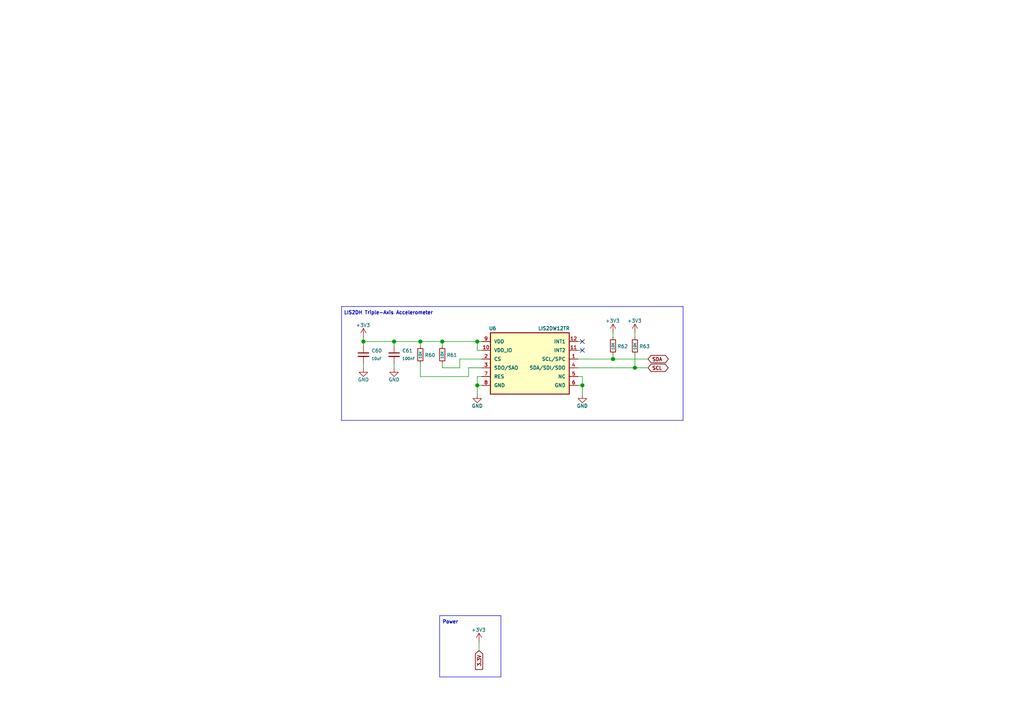
<source format=kicad_sch>
(kicad_sch (version 20201015) (generator eeschema)
  (paper "A4")
  (title_block (title "LIS2DH Triple-Axis Accelerometer") (date "2020-10-20") (rev "1") (company "Drawn by: Hojadurdy Durdygylyjov") (comment 1 "IMU for Orientation and Motion Detection.") (comment 2 "CC Attribution-ShareAlike 4.0 International"))
  (lib_symbols
    (symbol "Device:C_Small" (pin_numbers hide) (pin_names (offset 0.254) hide)
      (property "Reference" "C" (at 0.254 1.778 0))
      (property "Value" "C_Small" (at 0.254 -2.032 0))
      (symbol "C_Small_0_1"
        (polyline (pts (xy -1.524 -0.508) (xy 1.524 -0.508)) (stroke (width 0.3302)))
        (polyline (pts (xy -1.524 0.508) (xy 1.524 0.508)) (stroke (width 0.3048)))
      )
      (symbol "C_Small_1_1"
        (pin passive line (at 0 2.54 270) (length 2.032) (name "~") (number "1"))
        (pin passive line (at 0 -2.54 90) (length 2.032) (name "~") (number "2"))
      )
    )
    (symbol "Device:R_Small" (pin_numbers hide) (pin_names (offset 0.254) hide)
      (property "Reference" "R" (at 0.762 0.508 0))
      (property "Value" "R_Small" (at 0.762 -1.016 0))
      (symbol "R_Small_0_1"
        (rectangle (start -0.762 1.778) (end 0.762 -1.778) (stroke (width 0.2032)))
      )
      (symbol "R_Small_1_1"
        (pin passive line (at 0 2.54 270) (length 0.762) (name "~") (number "1"))
        (pin passive line (at 0 -2.54 90) (length 0.762) (name "~") (number "2"))
      )
    )
    (symbol "HD_LibDB:LIS2DW12TR" (pin_names (offset 1.016))
      (property "Reference" "U" (at -11.481 10.211 0))
      (property "Value" "LIS2DW12TR" (at 5.029 10.084 0))
      (symbol "LIS2DW12TR_0_0"
        (rectangle (start -11.43 8.89) (end 11.43 -8.89) (stroke (width 0.3)) (fill (type background)))
        (pin input line (at -13.97 1.27 0) (length 2.54) (name "CS") (number "2"))
        (pin output line (at 13.97 6.35 180) (length 2.54) (name "INT1") (number "12"))
        (pin output line (at 13.97 3.81 180) (length 2.54) (name "INT2") (number "11"))
        (pin power_in line (at 13.97 -3.81 180) (length 2.54) (name "NC") (number "5"))
        (pin bidirectional line (at 13.97 1.27 180) (length 2.54) (name "SCL/SPC") (number "1"))
        (pin bidirectional line (at 13.97 -1.27 180) (length 2.54) (name "SDA/SDI/SDO") (number "4"))
        (pin bidirectional line (at -13.97 -1.27 0) (length 2.54) (name "SDO/SAO") (number "3"))
        (pin power_in line (at 13.97 -6.35 180) (length 2.54) (name "GND") (number "6"))
        (pin power_in line (at -13.97 -3.81 0) (length 2.54) (name "RES") (number "7"))
        (pin power_in line (at -13.97 -6.35 0) (length 2.54) (name "GND") (number "8"))
        (pin power_in line (at -13.97 6.35 0) (length 2.54) (name "VDD") (number "9"))
        (pin power_in line (at -13.97 3.81 0) (length 2.54) (name "VDD_IO") (number "10"))
      )
    )
    (symbol "HD_LibSym:+3.3V_1" (power) (pin_names (offset 0))
      (property "Value" "+3.3V" (at 0 3.556 0))
      (symbol "+3.3V_1_0_1"
        (polyline (pts (xy -0.762 1.27) (xy 0 2.54)))
        (polyline (pts (xy 0 0) (xy 0 2.54)))
        (polyline (pts (xy 0 2.54) (xy 0.762 1.27)))
      )
      (symbol "+3.3V_1_1_1"
        (pin power_in line (at 0 0 90) (length 0) hide (name "+3V3") (number "1"))
      )
    )
    (symbol "power:GND" (power) (pin_names (offset 0))
      (property "Value" "GND" (at 0 -3.81 0))
      (symbol "GND_0_1"
        (polyline (pts (xy 0 0) (xy 0 -1.27) (xy 1.27 -1.27) (xy 0 -2.54) (xy -1.27 -1.27) (xy 0 -1.27)))
      )
      (symbol "GND_1_1"
        (pin power_in line (at 0 0 270) (length 0) hide (name "GND") (number "1"))
      )
    )
  )
  (junction (at 105.41 99.06) (diameter 1.016))
  (junction (at 114.3 99.06) (diameter 1.016))
  (junction (at 121.92 99.06) (diameter 1.016))
  (junction (at 128.27 99.06) (diameter 1.016))
  (junction (at 138.43 99.06) (diameter 1.016))
  (junction (at 138.43 111.76) (diameter 1.016))
  (junction (at 168.91 111.76) (diameter 1.016))
  (junction (at 177.8 104.14) (diameter 1.016))
  (junction (at 184.15 106.68) (diameter 1.016))
  (no_connect (at 168.91 99.06))
  (no_connect (at 168.91 101.6))
  (wire (pts (xy 105.41 97.79) (xy 105.41 99.06)))
  (wire (pts (xy 105.41 99.06) (xy 105.41 100.33)))
  (wire (pts (xy 105.41 99.06) (xy 114.3 99.06)))
  (wire (pts (xy 105.41 105.41) (xy 105.41 106.68)))
  (wire (pts (xy 114.3 99.06) (xy 114.3 100.33)))
  (wire (pts (xy 114.3 99.06) (xy 121.92 99.06)))
  (wire (pts (xy 114.3 105.41) (xy 114.3 106.68)))
  (wire (pts (xy 121.92 99.06) (xy 121.92 100.33)))
  (wire (pts (xy 121.92 99.06) (xy 128.27 99.06)))
  (wire (pts (xy 121.92 105.41) (xy 121.92 109.22)))
  (wire (pts (xy 121.92 109.22) (xy 135.89 109.22)))
  (wire (pts (xy 128.27 99.06) (xy 128.27 100.33)))
  (wire (pts (xy 128.27 99.06) (xy 138.43 99.06)))
  (wire (pts (xy 128.27 105.41) (xy 128.27 106.68)))
  (wire (pts (xy 128.27 106.68) (xy 133.35 106.68)))
  (wire (pts (xy 133.35 104.14) (xy 133.35 106.68)))
  (wire (pts (xy 135.89 106.68) (xy 135.89 109.22)))
  (wire (pts (xy 135.89 106.68) (xy 139.7 106.68)))
  (wire (pts (xy 138.43 99.06) (xy 138.43 101.6)))
  (wire (pts (xy 138.43 99.06) (xy 139.7 99.06)))
  (wire (pts (xy 138.43 109.22) (xy 138.43 111.76)))
  (wire (pts (xy 138.43 111.76) (xy 138.43 114.3)))
  (wire (pts (xy 138.43 111.76) (xy 139.7 111.76)))
  (wire (pts (xy 138.938 186.182) (xy 138.938 188.722)))
  (wire (pts (xy 139.7 101.6) (xy 138.43 101.6)))
  (wire (pts (xy 139.7 104.14) (xy 133.35 104.14)))
  (wire (pts (xy 139.7 109.22) (xy 138.43 109.22)))
  (wire (pts (xy 167.64 99.06) (xy 168.91 99.06)))
  (wire (pts (xy 167.64 101.6) (xy 168.91 101.6)))
  (wire (pts (xy 167.64 104.14) (xy 177.8 104.14)))
  (wire (pts (xy 167.64 106.68) (xy 184.15 106.68)))
  (wire (pts (xy 167.64 109.22) (xy 168.91 109.22)))
  (wire (pts (xy 167.64 111.76) (xy 168.91 111.76)))
  (wire (pts (xy 168.91 109.22) (xy 168.91 111.76)))
  (wire (pts (xy 168.91 111.76) (xy 168.91 114.3)))
  (wire (pts (xy 177.8 96.52) (xy 177.8 97.79)))
  (wire (pts (xy 177.8 102.87) (xy 177.8 104.14)))
  (wire (pts (xy 177.8 104.14) (xy 187.96 104.14)))
  (wire (pts (xy 184.15 96.52) (xy 184.15 97.79)))
  (wire (pts (xy 184.15 102.87) (xy 184.15 106.68)))
  (wire (pts (xy 184.15 106.68) (xy 187.96 106.68)))
  (polyline (pts (xy 99.06 88.9) (xy 99.06 121.92)) (stroke (width 0.152) (type solid)))
  (polyline (pts (xy 99.06 88.9) (xy 198.12 88.9)) (stroke (width 0.152) (type solid)))
  (polyline (pts (xy 127.508 178.562) (xy 127.508 196.342)) (stroke (width 0.152) (type solid)))
  (polyline (pts (xy 127.508 196.342) (xy 145.288 196.342)) (stroke (width 0.152) (type solid)))
  (polyline (pts (xy 145.288 178.562) (xy 127.508 178.562)) (stroke (width 0.152) (type solid)))
  (polyline (pts (xy 145.288 178.562) (xy 145.288 196.342)) (stroke (width 0.152) (type solid)))
  (polyline (pts (xy 198.12 88.9) (xy 198.12 121.92)) (stroke (width 0.152) (type solid)))
  (polyline (pts (xy 198.12 121.92) (xy 99.06 121.92)) (stroke (width 0.152) (type solid)))
  (text "LIS2DH Triple-Axis Accelerometer" (at 99.695 91.44 0) (effects (font (size 1 1) (thickness 0.2) bold) (justify left bottom)))
  (text "Power" (at 128.27 181.102 0) (effects (font (size 1 1) (thickness 0.2) bold) (justify left bottom)))
  (global_label "3.3V" (shape input) (at 138.938 188.722 270) (property "Intersheet References" "${INTERSHEET_REFS}" (effects hide)) (effects (font (size 1 1) (thickness 0.2) bold)))
  (global_label "SDA" (shape bidirectional) (at 187.96 104.14 0) (property "Intersheet References" "${INTERSHEET_REFS}" (effects hide)) (effects (font (size 1 1) (thickness 0.2) bold)))
  (global_label "SCL" (shape bidirectional) (at 187.96 106.68 0) (property "Intersheet References" "${INTERSHEET_REFS}" (effects hide)) (effects (font (size 1 1) (thickness 0.2) bold)))
  (symbol (lib_name "HD_LibSym:+3.3V_1") (lib_id "HD_LibSym:+3.3V") (at 105.41 97.79 0) (unit 1)
    (property "Reference" "#PWR0148" (effects hide))
    (property "Value" "+3.3V" (at 105.2703 94.3179 0) (effects (font (size 1 1))))
  )
  (symbol (lib_name "HD_LibSym:+3.3V_1") (lib_id "HD_LibSym:+3.3V") (at 138.938 186.182 0) (unit 1)
    (property "Reference" "#PWR0192" (effects hide))
    (property "Value" "+3.3V" (at 138.7983 182.7099 0) (effects (font (size 1 1))))
  )
  (symbol (lib_name "HD_LibSym:+3.3V_1") (lib_id "HD_LibSym:+3.3V") (at 177.8 96.52 0) (unit 1)
    (property "Reference" "#PWR0153" (effects hide))
    (property "Value" "+3.3V" (at 177.6603 93.0479 0) (effects (font (size 1 1))))
  )
  (symbol (lib_name "HD_LibSym:+3.3V_1") (lib_id "HD_LibSym:+3.3V") (at 184.15 96.52 0) (unit 1)
    (property "Reference" "#PWR0154" (effects hide))
    (property "Value" "+3.3V" (at 184.0103 93.0479 0) (effects (font (size 1 1))))
  )
  (symbol (lib_id "power:GND") (at 105.41 106.68 0) (unit 1)
    (property "Reference" "#PWR0149" (effects hide))
    (property "Value" "GND" (at 105.397 110.115 0) (effects (font (size 1 1))))
  )
  (symbol (lib_id "power:GND") (at 114.3 106.68 0) (unit 1)
    (property "Reference" "#PWR0152" (effects hide))
    (property "Value" "GND" (at 114.287 110.115 0) (effects (font (size 1 1))))
  )
  (symbol (lib_id "power:GND") (at 138.43 114.3 0) (unit 1)
    (property "Reference" "#PWR0151" (effects hide))
    (property "Value" "GND" (at 138.417 117.735 0) (effects (font (size 1 1))))
  )
  (symbol (lib_id "power:GND") (at 168.91 114.3 0) (unit 1)
    (property "Reference" "#PWR0150" (effects hide))
    (property "Value" "GND" (at 168.897 117.735 0) (effects (font (size 1 1))))
  )
  (symbol (lib_id "Device:R_Small") (at 121.92 102.87 180) (unit 1)
    (property "Reference" "R60" (at 126.263 103.003 0) (effects (font (size 1 1)) (justify left)))
    (property "Value" "10K" (at 121.945 101.772 90) (effects (font (size 0.75 0.75)) (justify left)))
    (property "Footprint" "Resistor_SMD:R_0201_0603Metric" (effects hide))
    (property "Tolerance" "1%" (effects hide))
  )
  (symbol (lib_id "Device:R_Small") (at 128.27 102.87 180) (unit 1)
    (property "Reference" "R61" (at 132.613 103.003 0) (effects (font (size 1 1)) (justify left)))
    (property "Value" "10K" (at 128.295 101.772 90) (effects (font (size 0.75 0.75)) (justify left)))
    (property "Footprint" "Resistor_SMD:R_0201_0603Metric" (effects hide))
    (property "Tolerance" "1%" (effects hide))
  )
  (symbol (lib_id "Device:R_Small") (at 177.8 100.33 180) (unit 1)
    (property "Reference" "R62" (at 182.143 100.463 0) (effects (font (size 1 1)) (justify left)))
    (property "Value" "10K" (at 177.825 99.232 90) (effects (font (size 0.75 0.75)) (justify left)))
    (property "Footprint" "Resistor_SMD:R_0201_0603Metric" (effects hide))
    (property "Tolerance" "1%" (effects hide))
  )
  (symbol (lib_id "Device:R_Small") (at 184.15 100.33 180) (unit 1)
    (property "Reference" "R63" (at 188.493 100.463 0) (effects (font (size 1 1)) (justify left)))
    (property "Value" "10K" (at 184.175 99.232 90) (effects (font (size 0.75 0.75)) (justify left)))
    (property "Footprint" "Resistor_SMD:R_0201_0603Metric" (effects hide))
    (property "Tolerance" "1%" (effects hide))
  )
  (symbol (lib_id "Device:C_Small") (at 105.41 102.87 0) (unit 1)
    (property "Reference" "C60" (at 107.734 101.721 0) (effects (font (size 1 1)) (justify left)))
    (property "Value" "10uF" (at 107.734 104.019 0) (effects (font (size 0.8 0.8)) (justify left)))
    (property "Footprint" "Capacitor_SMD:C_0402_1005Metric" (effects hide))
    (property "Voltage" "10V" (effects hide))
  )
  (symbol (lib_id "Device:C_Small") (at 114.3 102.87 0) (unit 1)
    (property "Reference" "C61" (at 116.624 101.721 0) (effects (font (size 1 1)) (justify left)))
    (property "Value" "100nF" (at 116.624 104.019 0) (effects (font (size 0.8 0.8)) (justify left)))
    (property "Footprint" "Capacitor_SMD:C_0201_0603Metric" (effects hide))
    (property "Voltage" "10V" (effects hide))
  )
  (symbol (lib_id "HD_LibDB:LIS2DW12TR") (at 153.67 105.41 0) (unit 1)
    (property "Reference" "U6" (at 142.875 95.25 0) (effects (font (size 1 1))))
    (property "Value" "LIS2DW12TR" (at 160.655 95.25 0) (effects (font (size 1 1))))
    (property "Footprint" "HD_ModDB:LGA-12_2x2mm_P0.5mm" (effects hide))
    (property "MF" "STMicroelectronics" (effects hide))
    (property "PACKAGE" "LGA-12 STMicroelectronics" (effects hide))
    (property "DESCRIPTION" "MEMS digital output motion sensor: ultra low-power high performance 3-axes femto accelerometer" (effects hide))
  )
)
</source>
